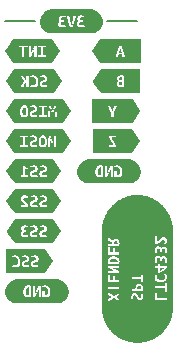
<source format=gbo>
G04 #@! TF.GenerationSoftware,KiCad,Pcbnew,6.0.6-3a73a75311~116~ubuntu22.04.1*
G04 #@! TF.CreationDate,2022-07-16T09:42:50-04:00*
G04 #@! TF.ProjectId,ltc4332_breakout,6c746334-3333-4325-9f62-7265616b6f75,0*
G04 #@! TF.SameCoordinates,Original*
G04 #@! TF.FileFunction,Legend,Bot*
G04 #@! TF.FilePolarity,Positive*
%FSLAX46Y46*%
G04 Gerber Fmt 4.6, Leading zero omitted, Abs format (unit mm)*
G04 Created by KiCad (PCBNEW 6.0.6-3a73a75311~116~ubuntu22.04.1) date 2022-07-16 09:42:50*
%MOMM*%
%LPD*%
G01*
G04 APERTURE LIST*
%ADD10C,0.150000*%
%ADD11R,1.700000X1.700000*%
%ADD12O,1.700000X1.700000*%
%ADD13C,5.600000*%
G04 APERTURE END LIST*
D10*
X141605000Y-90805000D02*
X144145000Y-90805000D01*
X150241000Y-90805000D02*
X152781000Y-90805000D01*
G36*
X148925324Y-89784545D02*
G01*
X149024862Y-89799310D01*
X149122473Y-89823760D01*
X149217219Y-89857661D01*
X149308184Y-89900684D01*
X149394495Y-89952417D01*
X149475320Y-90012361D01*
X149549880Y-90079938D01*
X149617457Y-90154498D01*
X149677401Y-90235322D01*
X149729133Y-90321633D01*
X149772157Y-90412599D01*
X149806057Y-90507344D01*
X149830508Y-90604956D01*
X149845273Y-90704494D01*
X149850210Y-90805000D01*
X149845273Y-90905506D01*
X149830508Y-91005044D01*
X149806057Y-91102656D01*
X149772157Y-91197401D01*
X149729133Y-91288367D01*
X149677401Y-91374678D01*
X149617457Y-91455502D01*
X149549880Y-91530062D01*
X149475320Y-91597639D01*
X149394495Y-91657583D01*
X149308184Y-91709316D01*
X149217219Y-91752339D01*
X149122473Y-91786240D01*
X149024862Y-91810690D01*
X148925324Y-91825455D01*
X148824818Y-91830393D01*
X145561182Y-91830393D01*
X145460676Y-91825455D01*
X145361138Y-91810690D01*
X145263527Y-91786240D01*
X145168781Y-91752339D01*
X145077816Y-91709316D01*
X144991505Y-91657583D01*
X144910680Y-91597639D01*
X144836120Y-91530062D01*
X144768543Y-91455502D01*
X144708599Y-91374678D01*
X144656867Y-91288367D01*
X144613843Y-91197401D01*
X144579943Y-91102656D01*
X144555492Y-91005044D01*
X144555489Y-91005025D01*
X146073812Y-91005025D01*
X146096037Y-91130438D01*
X146164300Y-91229656D01*
X146216687Y-91266963D01*
X146281775Y-91294744D01*
X146359959Y-91312008D01*
X146451637Y-91317763D01*
X146528631Y-91312206D01*
X146606419Y-91298713D01*
X146675475Y-91281250D01*
X146724687Y-91263788D01*
X146686587Y-91100275D01*
X146592131Y-91133613D01*
X146528433Y-91146709D01*
X146453225Y-91151075D01*
X146368095Y-91140359D01*
X146312731Y-91108213D01*
X146272250Y-91001850D01*
X146287728Y-90935770D01*
X146334162Y-90893106D01*
X146404409Y-90869889D01*
X146491325Y-90862150D01*
X146551650Y-90862150D01*
X146551650Y-90700225D01*
X146478625Y-90700225D01*
X146418300Y-90693875D01*
X146364325Y-90673237D01*
X146325431Y-90635137D01*
X146310350Y-90574812D01*
X146342894Y-90489881D01*
X146432587Y-90458925D01*
X146542919Y-90477181D01*
X146637375Y-90522425D01*
X146707225Y-90379550D01*
X146593719Y-90321606D01*
X146569326Y-90314462D01*
X146808825Y-90314462D01*
X146830058Y-90415269D01*
X146855656Y-90527187D01*
X146885422Y-90647639D01*
X146919156Y-90774044D01*
X146943762Y-90860827D01*
X146969956Y-90948669D01*
X146997737Y-91037569D01*
X147026665Y-91126028D01*
X147056299Y-91212547D01*
X147086637Y-91297125D01*
X147288250Y-91297125D01*
X147327541Y-91180444D01*
X147369213Y-91049475D01*
X147382765Y-91005025D01*
X147661313Y-91005025D01*
X147683538Y-91130438D01*
X147751800Y-91229656D01*
X147804188Y-91266963D01*
X147869275Y-91294744D01*
X147947459Y-91312008D01*
X148039138Y-91317763D01*
X148116131Y-91312206D01*
X148193919Y-91298713D01*
X148262975Y-91281250D01*
X148312188Y-91263788D01*
X148274088Y-91100275D01*
X148179631Y-91133613D01*
X148115933Y-91146709D01*
X148040725Y-91151075D01*
X147955595Y-91140359D01*
X147900231Y-91108213D01*
X147859750Y-91001850D01*
X147875228Y-90935770D01*
X147921663Y-90893106D01*
X147991909Y-90869889D01*
X148078825Y-90862150D01*
X148139150Y-90862150D01*
X148139150Y-90700225D01*
X148066125Y-90700225D01*
X148005800Y-90693875D01*
X147951825Y-90673237D01*
X147912931Y-90635137D01*
X147897850Y-90574812D01*
X147930394Y-90489881D01*
X148020088Y-90458925D01*
X148130419Y-90477181D01*
X148224875Y-90522425D01*
X148294725Y-90379550D01*
X148181219Y-90321606D01*
X148106011Y-90299580D01*
X148021675Y-90292237D01*
X147944483Y-90297397D01*
X147878006Y-90312875D01*
X147777200Y-90370819D01*
X147718463Y-90458925D01*
X147699413Y-90568462D01*
X147732750Y-90681175D01*
X147821650Y-90763725D01*
X147753983Y-90803016D01*
X147703381Y-90857388D01*
X147671830Y-90925253D01*
X147661313Y-91005025D01*
X147382765Y-91005025D01*
X147397258Y-90957488D01*
X147424246Y-90865678D01*
X147450175Y-90774044D01*
X147474693Y-90684174D01*
X147497447Y-90597655D01*
X147518438Y-90514487D01*
X147544631Y-90403362D01*
X147562888Y-90314462D01*
X147356513Y-90314462D01*
X147344606Y-90396814D01*
X147327938Y-90491469D01*
X147307895Y-90593862D01*
X147285869Y-90699431D01*
X147262056Y-90805794D01*
X147236656Y-90910569D01*
X147210661Y-91009192D01*
X147185062Y-91097100D01*
X147159662Y-91010383D01*
X147134262Y-90912156D01*
X147109656Y-90807381D01*
X147086637Y-90701019D01*
X147065206Y-90595252D01*
X147045362Y-90492262D01*
X147027900Y-90397012D01*
X147013612Y-90314462D01*
X146808825Y-90314462D01*
X146569326Y-90314462D01*
X146518511Y-90299580D01*
X146434175Y-90292237D01*
X146356983Y-90297397D01*
X146290506Y-90312875D01*
X146189700Y-90370819D01*
X146130962Y-90458925D01*
X146111912Y-90568462D01*
X146145250Y-90681175D01*
X146234150Y-90763725D01*
X146166483Y-90803016D01*
X146115881Y-90857388D01*
X146084330Y-90925253D01*
X146073812Y-91005025D01*
X144555489Y-91005025D01*
X144540727Y-90905506D01*
X144535790Y-90805000D01*
X144540727Y-90704494D01*
X144555492Y-90604956D01*
X144579943Y-90507344D01*
X144613843Y-90412599D01*
X144656867Y-90321633D01*
X144708599Y-90235322D01*
X144768543Y-90154498D01*
X144836120Y-90079938D01*
X144910680Y-90012361D01*
X144991505Y-89952417D01*
X145077816Y-89900684D01*
X145168781Y-89857661D01*
X145263527Y-89823760D01*
X145361138Y-89799310D01*
X145460676Y-89784545D01*
X145561182Y-89779607D01*
X148824818Y-89779607D01*
X148925324Y-89784545D01*
G37*
G36*
X141695443Y-103505000D02*
G01*
X142379039Y-102479607D01*
X145656961Y-102479607D01*
X146340557Y-103505000D01*
X145656961Y-104530393D01*
X142379039Y-104530393D01*
X142023527Y-103997125D01*
X142891669Y-103997125D01*
X143488569Y-103997125D01*
X143488569Y-103835200D01*
X143282194Y-103835200D01*
X143282194Y-103728838D01*
X143683831Y-103728838D01*
X143706255Y-103851273D01*
X143773525Y-103942356D01*
X143843640Y-103984249D01*
X143934392Y-104009384D01*
X144045781Y-104017763D01*
X144155716Y-104011214D01*
X144241044Y-103991569D01*
X144350581Y-103943150D01*
X144293431Y-103784400D01*
X144191038Y-103832025D01*
X144124958Y-103848694D01*
X144045781Y-103854250D01*
X143964025Y-103843931D01*
X143912431Y-103815356D01*
X143886237Y-103774081D01*
X143879336Y-103728838D01*
X144477581Y-103728838D01*
X144500005Y-103851273D01*
X144567275Y-103942356D01*
X144637390Y-103984249D01*
X144728142Y-104009384D01*
X144839531Y-104017763D01*
X144949466Y-104011214D01*
X145034794Y-103991569D01*
X145144331Y-103943150D01*
X145087181Y-103784400D01*
X144984788Y-103832025D01*
X144918708Y-103848694D01*
X144839531Y-103854250D01*
X144757775Y-103843931D01*
X144706181Y-103815356D01*
X144679988Y-103774081D01*
X144672844Y-103727250D01*
X144690306Y-103673275D01*
X144734756Y-103631206D01*
X144795081Y-103597869D01*
X144861756Y-103570088D01*
X144953831Y-103533575D01*
X145040350Y-103481187D01*
X145104644Y-103402606D01*
X145130044Y-103285925D01*
X145107620Y-103162894D01*
X145040350Y-103070025D01*
X144973058Y-103026810D01*
X144890772Y-103000881D01*
X144793494Y-102992237D01*
X144708761Y-102997397D01*
X144635538Y-103012875D01*
X144522031Y-103058912D01*
X144579181Y-103209725D01*
X144667288Y-103171625D01*
X144779206Y-103155750D01*
X144865637Y-103168274D01*
X144917495Y-103205844D01*
X144934781Y-103268462D01*
X144918906Y-103318469D01*
X144878425Y-103356569D01*
X144822863Y-103385937D01*
X144761744Y-103409750D01*
X144665700Y-103448644D01*
X144573625Y-103505794D01*
X144504569Y-103594694D01*
X144484328Y-103654820D01*
X144477581Y-103728838D01*
X143879336Y-103728838D01*
X143879094Y-103727250D01*
X143896556Y-103673275D01*
X143941006Y-103631206D01*
X144001331Y-103597869D01*
X144068006Y-103570088D01*
X144160081Y-103533575D01*
X144246600Y-103481187D01*
X144310894Y-103402606D01*
X144336294Y-103285925D01*
X144313870Y-103162894D01*
X144246600Y-103070025D01*
X144179308Y-103026810D01*
X144097022Y-103000881D01*
X143999744Y-102992237D01*
X143915011Y-102997397D01*
X143841787Y-103012875D01*
X143728281Y-103058912D01*
X143785431Y-103209725D01*
X143873537Y-103171625D01*
X143985456Y-103155750D01*
X144071887Y-103168274D01*
X144123745Y-103205844D01*
X144141031Y-103268462D01*
X144125156Y-103318469D01*
X144084675Y-103356569D01*
X144029113Y-103385937D01*
X143967994Y-103409750D01*
X143871950Y-103448644D01*
X143779875Y-103505794D01*
X143710819Y-103594694D01*
X143690578Y-103654820D01*
X143683831Y-103728838D01*
X143282194Y-103728838D01*
X143282194Y-103285925D01*
X143383794Y-103342281D01*
X143480631Y-103381175D01*
X143544131Y-103219250D01*
X143461581Y-103182737D01*
X143372681Y-103133525D01*
X143288544Y-103076375D01*
X143220281Y-103014462D01*
X143086931Y-103014462D01*
X143086931Y-103835200D01*
X142891669Y-103835200D01*
X142891669Y-103997125D01*
X142023527Y-103997125D01*
X141695443Y-103505000D01*
G37*
G36*
X152128899Y-102484545D02*
G01*
X152228437Y-102499310D01*
X152326048Y-102523760D01*
X152420794Y-102557661D01*
X152511759Y-102600684D01*
X152598070Y-102652417D01*
X152678895Y-102712361D01*
X152753455Y-102779938D01*
X152821032Y-102854498D01*
X152880976Y-102935322D01*
X152932708Y-103021633D01*
X152975732Y-103112599D01*
X153009632Y-103207344D01*
X153034083Y-103304956D01*
X153048848Y-103404494D01*
X153053785Y-103505000D01*
X153048848Y-103605506D01*
X153034083Y-103705044D01*
X153009632Y-103802656D01*
X152975732Y-103897401D01*
X152932708Y-103988367D01*
X152880976Y-104074678D01*
X152821032Y-104155502D01*
X152753455Y-104230062D01*
X152678895Y-104297639D01*
X152598070Y-104357583D01*
X152511759Y-104409316D01*
X152420794Y-104452339D01*
X152326048Y-104486240D01*
X152228437Y-104510690D01*
X152128899Y-104525455D01*
X152028393Y-104530393D01*
X148707607Y-104530393D01*
X148607101Y-104525455D01*
X148507563Y-104510690D01*
X148409952Y-104486240D01*
X148315206Y-104452339D01*
X148224241Y-104409316D01*
X148137930Y-104357583D01*
X148057105Y-104297639D01*
X147982545Y-104230062D01*
X147914968Y-104155502D01*
X147855024Y-104074678D01*
X147803292Y-103988367D01*
X147760268Y-103897401D01*
X147726368Y-103802656D01*
X147701917Y-103705044D01*
X147687152Y-103605506D01*
X147682215Y-103505000D01*
X149220237Y-103505000D01*
X149228770Y-103631405D01*
X149254369Y-103737569D01*
X149295048Y-103824683D01*
X149348825Y-103893938D01*
X149414905Y-103946127D01*
X149492494Y-103982044D01*
X149580005Y-104002880D01*
X149675850Y-104009825D01*
X149778244Y-104004269D01*
X149820177Y-103997125D01*
X150044150Y-103997125D01*
X150201312Y-103997125D01*
X150247085Y-103888205D01*
X150295504Y-103779461D01*
X150346569Y-103670894D01*
X150400279Y-103562326D01*
X150456635Y-103453583D01*
X150515638Y-103344662D01*
X150515638Y-103997125D01*
X150691850Y-103997125D01*
X150691850Y-103063675D01*
X150822025Y-103063675D01*
X150872825Y-103219250D01*
X150958550Y-103179562D01*
X151063325Y-103162100D01*
X151180800Y-103187500D01*
X151259381Y-103258144D01*
X151303831Y-103366094D01*
X151313952Y-103432173D01*
X151317325Y-103505000D01*
X151311151Y-103612156D01*
X151292631Y-103698675D01*
X151261763Y-103764556D01*
X151193103Y-103827064D01*
X151098250Y-103847900D01*
X151060150Y-103846313D01*
X151022050Y-103841550D01*
X151022050Y-103482775D01*
X150826788Y-103482775D01*
X150826788Y-103973313D01*
X150935531Y-104001888D01*
X151017089Y-104013794D01*
X151114125Y-104017763D01*
X151201636Y-104009627D01*
X151280019Y-103985219D01*
X151348480Y-103944738D01*
X151406225Y-103888381D01*
X151452659Y-103816150D01*
X151487188Y-103728044D01*
X151508619Y-103624261D01*
X151515763Y-103505000D01*
X151507428Y-103386930D01*
X151482425Y-103283544D01*
X151443134Y-103195239D01*
X151391938Y-103122412D01*
X151329628Y-103065461D01*
X151257000Y-103024781D01*
X151176434Y-103000373D01*
X151090313Y-102992237D01*
X150987919Y-103000969D01*
X150909338Y-103020812D01*
X150854569Y-103044625D01*
X150822025Y-103063675D01*
X150691850Y-103063675D01*
X150691850Y-103014462D01*
X150534688Y-103014462D01*
X150490238Y-103087289D01*
X150445788Y-103166069D01*
X150401933Y-103247627D01*
X150359269Y-103328787D01*
X150318787Y-103408559D01*
X150281481Y-103485950D01*
X150248342Y-103557388D01*
X150220362Y-103619300D01*
X150220362Y-103014462D01*
X150044150Y-103014462D01*
X150044150Y-103997125D01*
X149820177Y-103997125D01*
X149885400Y-103986013D01*
X149885400Y-103027162D01*
X149759987Y-103008112D01*
X149650450Y-103003350D01*
X149557780Y-103010494D01*
X149473444Y-103031925D01*
X149399427Y-103068636D01*
X149337712Y-103121619D01*
X149288302Y-103191072D01*
X149251194Y-103277194D01*
X149227977Y-103381373D01*
X149220237Y-103505000D01*
X147682215Y-103505000D01*
X147687152Y-103404494D01*
X147701917Y-103304956D01*
X147726368Y-103207344D01*
X147760268Y-103112599D01*
X147803292Y-103021633D01*
X147855024Y-102935322D01*
X147914968Y-102854498D01*
X147982545Y-102779938D01*
X148057105Y-102712361D01*
X148137930Y-102652417D01*
X148224241Y-102600684D01*
X148315206Y-102557661D01*
X148409952Y-102523760D01*
X148507563Y-102499310D01*
X148607101Y-102484545D01*
X148707607Y-102479607D01*
X152028393Y-102479607D01*
X152128899Y-102484545D01*
G37*
G36*
X149661562Y-103174006D02*
G01*
X149690137Y-103177975D01*
X149690137Y-103838375D01*
X149672675Y-103839963D01*
X149655212Y-103839963D01*
X149543294Y-103814563D01*
X149470269Y-103744713D01*
X149430581Y-103639144D01*
X149421652Y-103575048D01*
X149418675Y-103505000D01*
X149428200Y-103381175D01*
X149461537Y-103274812D01*
X149526625Y-103200994D01*
X149632987Y-103173212D01*
X149661562Y-103174006D01*
G37*
G36*
X146342938Y-106045000D02*
G01*
X145659343Y-107070393D01*
X142376657Y-107070393D01*
X142021145Y-106537125D01*
X142889287Y-106537125D01*
X143530637Y-106537125D01*
X143534606Y-106497438D01*
X143533812Y-106464100D01*
X143526470Y-106387900D01*
X143504444Y-106318050D01*
X143478847Y-106268838D01*
X143686212Y-106268838D01*
X143708636Y-106391273D01*
X143775906Y-106482356D01*
X143846021Y-106524249D01*
X143936773Y-106549384D01*
X144048163Y-106557763D01*
X144158097Y-106551214D01*
X144243425Y-106531569D01*
X144352963Y-106483150D01*
X144295813Y-106324400D01*
X144193419Y-106372025D01*
X144127339Y-106388694D01*
X144048163Y-106394250D01*
X143966406Y-106383931D01*
X143914812Y-106355356D01*
X143888619Y-106314081D01*
X143881717Y-106268838D01*
X144479963Y-106268838D01*
X144502386Y-106391273D01*
X144569656Y-106482356D01*
X144639771Y-106524249D01*
X144730523Y-106549384D01*
X144841913Y-106557763D01*
X144951847Y-106551214D01*
X145037175Y-106531569D01*
X145146713Y-106483150D01*
X145089563Y-106324400D01*
X144987169Y-106372025D01*
X144921089Y-106388694D01*
X144841913Y-106394250D01*
X144760156Y-106383931D01*
X144708563Y-106355356D01*
X144682369Y-106314081D01*
X144675225Y-106267250D01*
X144692688Y-106213275D01*
X144737138Y-106171206D01*
X144797463Y-106137869D01*
X144864138Y-106110088D01*
X144956213Y-106073575D01*
X145042731Y-106021187D01*
X145107025Y-105942606D01*
X145132425Y-105825925D01*
X145110002Y-105702894D01*
X145042731Y-105610025D01*
X144975439Y-105566810D01*
X144893153Y-105540881D01*
X144795875Y-105532237D01*
X144711142Y-105537397D01*
X144637919Y-105552875D01*
X144524413Y-105598912D01*
X144581563Y-105749725D01*
X144669669Y-105711625D01*
X144781588Y-105695750D01*
X144868018Y-105708274D01*
X144919876Y-105745844D01*
X144937163Y-105808462D01*
X144921288Y-105858469D01*
X144880806Y-105896569D01*
X144825244Y-105925937D01*
X144764125Y-105949750D01*
X144668081Y-105988644D01*
X144576006Y-106045794D01*
X144506950Y-106134694D01*
X144486709Y-106194820D01*
X144479963Y-106268838D01*
X143881717Y-106268838D01*
X143881475Y-106267250D01*
X143898937Y-106213275D01*
X143943387Y-106171206D01*
X144003712Y-106137869D01*
X144070388Y-106110088D01*
X144162463Y-106073575D01*
X144248981Y-106021187D01*
X144313275Y-105942606D01*
X144338675Y-105825925D01*
X144316252Y-105702894D01*
X144248981Y-105610025D01*
X144181689Y-105566810D01*
X144099403Y-105540881D01*
X144002125Y-105532237D01*
X143917392Y-105537397D01*
X143844169Y-105552875D01*
X143730662Y-105598912D01*
X143787812Y-105749725D01*
X143875919Y-105711625D01*
X143987837Y-105695750D01*
X144074268Y-105708274D01*
X144126126Y-105745844D01*
X144143413Y-105808462D01*
X144127538Y-105858469D01*
X144087056Y-105896569D01*
X144031494Y-105925937D01*
X143970375Y-105949750D01*
X143874331Y-105988644D01*
X143782256Y-106045794D01*
X143713200Y-106134694D01*
X143692959Y-106194820D01*
X143686212Y-106268838D01*
X143478847Y-106268838D01*
X143471106Y-106253955D01*
X143429831Y-106195019D01*
X143383000Y-106140647D01*
X143332994Y-106090244D01*
X143282987Y-106042817D01*
X143236156Y-105997375D01*
X143161544Y-105911650D01*
X143132175Y-105827512D01*
X143168687Y-105734644D01*
X143260762Y-105702100D01*
X143357600Y-105724325D01*
X143457612Y-105798937D01*
X143554450Y-105662412D01*
X143485989Y-105604469D01*
X143407606Y-105563987D01*
X143324461Y-105540175D01*
X143241712Y-105532237D01*
X143125825Y-105549700D01*
X143027400Y-105602087D01*
X142959137Y-105690194D01*
X142933737Y-105813225D01*
X142952787Y-105910856D01*
X143003588Y-106002137D01*
X143075025Y-106087863D01*
X143155987Y-106167238D01*
X143203612Y-106212481D01*
X143254412Y-106266456D01*
X143294894Y-106322813D01*
X143311562Y-106375200D01*
X142889287Y-106375200D01*
X142889287Y-106537125D01*
X142021145Y-106537125D01*
X141693062Y-106045000D01*
X142376657Y-105019607D01*
X145659343Y-105019607D01*
X146342938Y-106045000D01*
G37*
G36*
X153043158Y-94348961D02*
G01*
X149632150Y-94348961D01*
X149290396Y-93836331D01*
X150955066Y-93836331D01*
X151164616Y-93836331D01*
X151210654Y-93609319D01*
X151472591Y-93609319D01*
X151517041Y-93836331D01*
X151720241Y-93836331D01*
X151692238Y-93722190D01*
X151664107Y-93612176D01*
X151635850Y-93506290D01*
X151607465Y-93404531D01*
X151578954Y-93306900D01*
X151543533Y-93188979D01*
X151508707Y-93074133D01*
X151474476Y-92962363D01*
X151440841Y-92853669D01*
X151228116Y-92853669D01*
X151193241Y-92963256D01*
X151158465Y-93076117D01*
X151123788Y-93192253D01*
X151089210Y-93311662D01*
X151061746Y-93410119D01*
X151034600Y-93511815D01*
X151007771Y-93616748D01*
X150981260Y-93724921D01*
X150955066Y-93836331D01*
X149290396Y-93836331D01*
X148962842Y-93345000D01*
X149632150Y-92341039D01*
X153043158Y-92341039D01*
X153043158Y-94348961D01*
G37*
G36*
X151368610Y-93149737D02*
G01*
X151394010Y-93248162D01*
X151416235Y-93345794D01*
X151436079Y-93447394D01*
X151243991Y-93447394D01*
X151263041Y-93345794D01*
X151284473Y-93248162D01*
X151309873Y-93149737D01*
X151339241Y-93044169D01*
X151368610Y-93149737D01*
G37*
G36*
X141581143Y-93345000D02*
G01*
X141800747Y-93015594D01*
X142763081Y-93015594D01*
X143021844Y-93015594D01*
X143021844Y-93836331D01*
X143218694Y-93836331D01*
X143590169Y-93836331D01*
X143747331Y-93836331D01*
X143793104Y-93727411D01*
X143841523Y-93618667D01*
X143892588Y-93510100D01*
X143946298Y-93401533D01*
X144002654Y-93292789D01*
X144061656Y-93183869D01*
X144061656Y-93836331D01*
X144237869Y-93836331D01*
X144395031Y-93836331D01*
X145018919Y-93836331D01*
X145018919Y-93674406D01*
X144804606Y-93674406D01*
X144804606Y-93015594D01*
X145018919Y-93015594D01*
X145018919Y-92853669D01*
X144395031Y-92853669D01*
X144395031Y-93015594D01*
X144607756Y-93015594D01*
X144607756Y-93674406D01*
X144395031Y-93674406D01*
X144395031Y-93836331D01*
X144237869Y-93836331D01*
X144237869Y-92853669D01*
X144080706Y-92853669D01*
X144036256Y-92926495D01*
X143991806Y-93005275D01*
X143947952Y-93086833D01*
X143905288Y-93167994D01*
X143864806Y-93247766D01*
X143827500Y-93325156D01*
X143794361Y-93396594D01*
X143766381Y-93458506D01*
X143766381Y-92853669D01*
X143590169Y-92853669D01*
X143590169Y-93836331D01*
X143218694Y-93836331D01*
X143218694Y-93015594D01*
X143477456Y-93015594D01*
X143477456Y-92853669D01*
X142763081Y-92853669D01*
X142763081Y-93015594D01*
X141800747Y-93015594D01*
X142250451Y-92341039D01*
X145531549Y-92341039D01*
X146200857Y-93345000D01*
X145531549Y-94348961D01*
X142250451Y-94348961D01*
X141581143Y-93345000D01*
G37*
G36*
X143565562Y-113334006D02*
G01*
X143594137Y-113337975D01*
X143594137Y-113998375D01*
X143576675Y-113999963D01*
X143559212Y-113999963D01*
X143447294Y-113974563D01*
X143374269Y-113904713D01*
X143334581Y-113799144D01*
X143325652Y-113735048D01*
X143322675Y-113665000D01*
X143332200Y-113541175D01*
X143365537Y-113434812D01*
X143430625Y-113360994D01*
X143536987Y-113333212D01*
X143565562Y-113334006D01*
G37*
G36*
X146032899Y-112644545D02*
G01*
X146132437Y-112659310D01*
X146230048Y-112683760D01*
X146324794Y-112717661D01*
X146415759Y-112760684D01*
X146502070Y-112812417D01*
X146582895Y-112872361D01*
X146657455Y-112939938D01*
X146725032Y-113014498D01*
X146784976Y-113095322D01*
X146836708Y-113181633D01*
X146879732Y-113272599D01*
X146913632Y-113367344D01*
X146938083Y-113464956D01*
X146952848Y-113564494D01*
X146957785Y-113665000D01*
X146952848Y-113765506D01*
X146938083Y-113865044D01*
X146913632Y-113962656D01*
X146879732Y-114057401D01*
X146836708Y-114148367D01*
X146784976Y-114234678D01*
X146725032Y-114315502D01*
X146657455Y-114390062D01*
X146582895Y-114457639D01*
X146502070Y-114517583D01*
X146415759Y-114569316D01*
X146324794Y-114612339D01*
X146230048Y-114646240D01*
X146132437Y-114670690D01*
X146032899Y-114685455D01*
X145932393Y-114690393D01*
X142611607Y-114690393D01*
X142511101Y-114685455D01*
X142411563Y-114670690D01*
X142313952Y-114646240D01*
X142219206Y-114612339D01*
X142128241Y-114569316D01*
X142041930Y-114517583D01*
X141961105Y-114457639D01*
X141886545Y-114390062D01*
X141818968Y-114315502D01*
X141759024Y-114234678D01*
X141707292Y-114148367D01*
X141664268Y-114057401D01*
X141630368Y-113962656D01*
X141605917Y-113865044D01*
X141591152Y-113765506D01*
X141586215Y-113665000D01*
X143124237Y-113665000D01*
X143132770Y-113791405D01*
X143158369Y-113897569D01*
X143199048Y-113984683D01*
X143252825Y-114053938D01*
X143318905Y-114106127D01*
X143396494Y-114142044D01*
X143484005Y-114162880D01*
X143579850Y-114169825D01*
X143682244Y-114164269D01*
X143724177Y-114157125D01*
X143948150Y-114157125D01*
X144105312Y-114157125D01*
X144151085Y-114048205D01*
X144199504Y-113939461D01*
X144250569Y-113830894D01*
X144304279Y-113722326D01*
X144360635Y-113613583D01*
X144419638Y-113504662D01*
X144419638Y-114157125D01*
X144595850Y-114157125D01*
X144595850Y-113223675D01*
X144726025Y-113223675D01*
X144776825Y-113379250D01*
X144862550Y-113339562D01*
X144967325Y-113322100D01*
X145084800Y-113347500D01*
X145163381Y-113418144D01*
X145207831Y-113526094D01*
X145217952Y-113592173D01*
X145221325Y-113665000D01*
X145215151Y-113772156D01*
X145196631Y-113858675D01*
X145165763Y-113924556D01*
X145097103Y-113987064D01*
X145002250Y-114007900D01*
X144964150Y-114006313D01*
X144926050Y-114001550D01*
X144926050Y-113642775D01*
X144730788Y-113642775D01*
X144730788Y-114133313D01*
X144839531Y-114161888D01*
X144921089Y-114173794D01*
X145018125Y-114177763D01*
X145105636Y-114169627D01*
X145184019Y-114145219D01*
X145252480Y-114104738D01*
X145310225Y-114048381D01*
X145356659Y-113976150D01*
X145391188Y-113888044D01*
X145412619Y-113784261D01*
X145419763Y-113665000D01*
X145411428Y-113546930D01*
X145386425Y-113443544D01*
X145347134Y-113355239D01*
X145295938Y-113282412D01*
X145233628Y-113225461D01*
X145161000Y-113184781D01*
X145080434Y-113160373D01*
X144994313Y-113152237D01*
X144891919Y-113160969D01*
X144813338Y-113180812D01*
X144758569Y-113204625D01*
X144726025Y-113223675D01*
X144595850Y-113223675D01*
X144595850Y-113174462D01*
X144438688Y-113174462D01*
X144394238Y-113247289D01*
X144349788Y-113326069D01*
X144305933Y-113407627D01*
X144263269Y-113488787D01*
X144222787Y-113568559D01*
X144185481Y-113645950D01*
X144152342Y-113717388D01*
X144124362Y-113779300D01*
X144124362Y-113174462D01*
X143948150Y-113174462D01*
X143948150Y-114157125D01*
X143724177Y-114157125D01*
X143789400Y-114146013D01*
X143789400Y-113187162D01*
X143663987Y-113168112D01*
X143554450Y-113163350D01*
X143461780Y-113170494D01*
X143377444Y-113191925D01*
X143303427Y-113228636D01*
X143241712Y-113281619D01*
X143192302Y-113351072D01*
X143155194Y-113437194D01*
X143131977Y-113541373D01*
X143124237Y-113665000D01*
X141586215Y-113665000D01*
X141591152Y-113564494D01*
X141605917Y-113464956D01*
X141630368Y-113367344D01*
X141664268Y-113272599D01*
X141707292Y-113181633D01*
X141759024Y-113095322D01*
X141818968Y-113014498D01*
X141886545Y-112939938D01*
X141961105Y-112872361D01*
X142041930Y-112812417D01*
X142128241Y-112760684D01*
X142219206Y-112717661D01*
X142313952Y-112683760D01*
X142411563Y-112659310D01*
X142511101Y-112644545D01*
X142611607Y-112639607D01*
X145932393Y-112639607D01*
X146032899Y-112644545D01*
G37*
G36*
X152984420Y-100965000D02*
G01*
X152315113Y-101968961D01*
X149021580Y-101968961D01*
X149021580Y-101456331D01*
X150344496Y-101456331D01*
X150992196Y-101456331D01*
X150992196Y-101343619D01*
X150956081Y-101273570D01*
X150917584Y-101199950D01*
X150875515Y-101121964D01*
X150828684Y-101038819D01*
X150777288Y-100949522D01*
X150721527Y-100853081D01*
X150660607Y-100748703D01*
X150593734Y-100635594D01*
X150971559Y-100635594D01*
X150971559Y-100473669D01*
X150358784Y-100473669D01*
X150358784Y-100610194D01*
X150424268Y-100711794D01*
X150484196Y-100807044D01*
X150539362Y-100896936D01*
X150590559Y-100982463D01*
X150638382Y-101064219D01*
X150683427Y-101142800D01*
X150726091Y-101219198D01*
X150766771Y-101294406D01*
X150344496Y-101294406D01*
X150344496Y-101456331D01*
X149021580Y-101456331D01*
X149021580Y-99961039D01*
X152315113Y-99961039D01*
X152984420Y-100965000D01*
G37*
G36*
X150898356Y-110906804D02*
G01*
X151001621Y-110939170D01*
X151073289Y-111002362D01*
X151100261Y-111105626D01*
X151099491Y-111133369D01*
X151095638Y-111161112D01*
X150454473Y-111161112D01*
X150452931Y-111144158D01*
X150452931Y-111127204D01*
X150477591Y-111018545D01*
X150545407Y-110947647D01*
X150647901Y-110909115D01*
X150778138Y-110897556D01*
X150898356Y-110906804D01*
G37*
G36*
X151019345Y-109406385D02*
G01*
X151064812Y-109441063D01*
X151091399Y-109494622D01*
X151100261Y-109562823D01*
X151099491Y-109589024D01*
X151095638Y-109619850D01*
X150808963Y-109619850D01*
X150808963Y-109578236D01*
X150818403Y-109494622D01*
X150846724Y-109437981D01*
X150953841Y-109394825D01*
X151019345Y-109406385D01*
G37*
G36*
X152050695Y-117927655D02*
G01*
X151979364Y-117908855D01*
X151908516Y-117888309D01*
X151838194Y-117866031D01*
X151768439Y-117842034D01*
X151699294Y-117816332D01*
X151630801Y-117788941D01*
X151563001Y-117759877D01*
X151495934Y-117729159D01*
X151429642Y-117696803D01*
X151364163Y-117662831D01*
X151299538Y-117627261D01*
X151235806Y-117590117D01*
X151173004Y-117551419D01*
X151111170Y-117511192D01*
X151050343Y-117469460D01*
X150990558Y-117426248D01*
X150931851Y-117381581D01*
X150874259Y-117335487D01*
X150817815Y-117287993D01*
X150762553Y-117239129D01*
X150708507Y-117188923D01*
X150655710Y-117137406D01*
X150604193Y-117084608D01*
X150553987Y-117030563D01*
X150505122Y-116975301D01*
X150457629Y-116918857D01*
X150411535Y-116861264D01*
X150366868Y-116802558D01*
X150323656Y-116742773D01*
X150281923Y-116681945D01*
X150241696Y-116620112D01*
X150202999Y-116557310D01*
X150165854Y-116493577D01*
X150130285Y-116428952D01*
X150096313Y-116363474D01*
X150063957Y-116297181D01*
X150033238Y-116230115D01*
X150004175Y-116162314D01*
X149976784Y-116093821D01*
X149951082Y-116024677D01*
X149927085Y-115954922D01*
X149904807Y-115884599D01*
X149884261Y-115813751D01*
X149865460Y-115742420D01*
X149848416Y-115670650D01*
X149833138Y-115598482D01*
X149819636Y-115525961D01*
X149807917Y-115453131D01*
X149797990Y-115380035D01*
X149789859Y-115306717D01*
X149783530Y-115233222D01*
X149779006Y-115159594D01*
X149776291Y-115085877D01*
X149775386Y-115012116D01*
X149775386Y-114499486D01*
X150300346Y-114499486D01*
X150400528Y-114454018D01*
X150461408Y-114422422D01*
X150526912Y-114387744D01*
X150595691Y-114350561D01*
X150666396Y-114311452D01*
X150736716Y-114272149D01*
X150804339Y-114234388D01*
X151254388Y-114484073D01*
X151254388Y-114279085D01*
X151000821Y-114153582D01*
X152264389Y-114153582D01*
X152270840Y-114261892D01*
X152290195Y-114345959D01*
X152337899Y-114453878D01*
X152494303Y-114397572D01*
X152447381Y-114296692D01*
X152430959Y-114231589D01*
X152425485Y-114153582D01*
X152435651Y-114073034D01*
X152463804Y-114022203D01*
X152504469Y-113996396D01*
X152550608Y-113989358D01*
X152603785Y-114006563D01*
X152645232Y-114050356D01*
X152678077Y-114109789D01*
X152705448Y-114175479D01*
X152741421Y-114266193D01*
X152793034Y-114351433D01*
X152870454Y-114414777D01*
X152985411Y-114439802D01*
X153106624Y-114417709D01*
X153125927Y-114403727D01*
X154269096Y-114403727D01*
X155251759Y-114403727D01*
X155251759Y-114206877D01*
X154431021Y-114206877D01*
X154431021Y-113786189D01*
X154269096Y-113786189D01*
X154269096Y-114403727D01*
X153125927Y-114403727D01*
X153198120Y-114351433D01*
X153240697Y-114285135D01*
X153266243Y-114204066D01*
X153274758Y-114108225D01*
X153269675Y-114024745D01*
X153254426Y-113952603D01*
X153209069Y-113840774D01*
X153060485Y-113897080D01*
X153098022Y-113983884D01*
X153113662Y-114094149D01*
X153085900Y-114209106D01*
X153002615Y-114247425D01*
X152953348Y-114231784D01*
X152915811Y-114191901D01*
X152886876Y-114137160D01*
X152863416Y-114076944D01*
X152825097Y-113982320D01*
X152768791Y-113891606D01*
X152681205Y-113823570D01*
X152621967Y-113803628D01*
X152549044Y-113796981D01*
X152428417Y-113819073D01*
X152338681Y-113885350D01*
X152297407Y-113954428D01*
X152272643Y-114043839D01*
X152264389Y-114153582D01*
X151000821Y-114153582D01*
X150949218Y-114128041D01*
X151254388Y-113969291D01*
X151254388Y-113778175D01*
X150808963Y-114021694D01*
X150741147Y-113980466D01*
X150670249Y-113940007D01*
X150598773Y-113901283D01*
X150529224Y-113865256D01*
X150462949Y-113832697D01*
X150401299Y-113804376D01*
X150300346Y-113762762D01*
X150300346Y-113967750D01*
X150383189Y-114000309D01*
X150474509Y-114039419D01*
X150570067Y-114082767D01*
X150665625Y-114128041D01*
X150572957Y-114172738D01*
X150476821Y-114217435D01*
X150383767Y-114259049D01*
X150300346Y-114294498D01*
X150300346Y-114499486D01*
X149775386Y-114499486D01*
X149775386Y-113456051D01*
X150300346Y-113456051D01*
X151097179Y-113456051D01*
X151097179Y-113707277D01*
X151254388Y-113707277D01*
X151254388Y-113649962D01*
X152284721Y-113649962D01*
X153240349Y-113649962D01*
X153251298Y-113586618D01*
X153258336Y-113515454D01*
X153262246Y-113445072D01*
X153262780Y-113424239D01*
X154269096Y-113424239D01*
X155089834Y-113424239D01*
X155089834Y-113683002D01*
X155251759Y-113683002D01*
X155251759Y-112968627D01*
X155089834Y-112968627D01*
X155089834Y-113227389D01*
X154269096Y-113227389D01*
X154269096Y-113424239D01*
X153262780Y-113424239D01*
X153263810Y-113384075D01*
X153255382Y-113270248D01*
X153230096Y-113174841D01*
X153187954Y-113097856D01*
X153126696Y-113041376D01*
X153044062Y-113007489D01*
X152940054Y-112996193D01*
X152835002Y-113007576D01*
X152751326Y-113041724D01*
X152689025Y-113098638D01*
X152646014Y-113176405D01*
X152620208Y-113273115D01*
X152611606Y-113388767D01*
X152611606Y-113457585D01*
X152284721Y-113457585D01*
X152284721Y-113649962D01*
X151254388Y-113649962D01*
X151254388Y-113013709D01*
X151097179Y-113013709D01*
X151097179Y-113264935D01*
X150300346Y-113264935D01*
X150300346Y-113456051D01*
X149775386Y-113456051D01*
X149775386Y-112878078D01*
X150300346Y-112878078D01*
X151254388Y-112878078D01*
X151254388Y-112300104D01*
X151097179Y-112300104D01*
X151097179Y-112688503D01*
X150882943Y-112688503D01*
X150882943Y-112350966D01*
X150725735Y-112350966D01*
X150725735Y-112688503D01*
X150457555Y-112688503D01*
X150457555Y-112266197D01*
X150300346Y-112266197D01*
X150300346Y-112878078D01*
X149775386Y-112878078D01*
X149775386Y-112253274D01*
X152284721Y-112253274D01*
X152284721Y-112867942D01*
X152444253Y-112867942D01*
X152444253Y-112656797D01*
X153093330Y-112656797D01*
X153093330Y-112867942D01*
X153252862Y-112867942D01*
X153252862Y-112459039D01*
X154248459Y-112459039D01*
X154263275Y-112586745D01*
X154307725Y-112692578D01*
X154381809Y-112776539D01*
X154455528Y-112824462D01*
X154543337Y-112858693D01*
X154645235Y-112879231D01*
X154761221Y-112886077D01*
X154876712Y-112877743D01*
X154978709Y-112852739D01*
X155066617Y-112812854D01*
X155139840Y-112759871D01*
X155197784Y-112694783D01*
X155239853Y-112618583D01*
X155265451Y-112533057D01*
X155273984Y-112439989D01*
X155265253Y-112345533D01*
X155245409Y-112271714D01*
X155221596Y-112218533D01*
X155202546Y-112185989D01*
X155046971Y-112236789D01*
X155087453Y-112324896D01*
X155104121Y-112443164D01*
X155087453Y-112532858D01*
X155031890Y-112610646D01*
X154927909Y-112666208D01*
X154854884Y-112682282D01*
X154765984Y-112687639D01*
X154662532Y-112681201D01*
X154576542Y-112661887D01*
X154508015Y-112629696D01*
X154440745Y-112553297D01*
X154418321Y-112439989D01*
X154435784Y-112313783D01*
X154470709Y-112233614D01*
X154316721Y-112184402D01*
X154269890Y-112296321D01*
X154253817Y-112372322D01*
X154248459Y-112459039D01*
X153252862Y-112459039D01*
X153252862Y-112253274D01*
X153093330Y-112253274D01*
X153093330Y-112462856D01*
X152444253Y-112462856D01*
X152444253Y-112253274D01*
X152284721Y-112253274D01*
X149775386Y-112253274D01*
X149775386Y-112133648D01*
X150300346Y-112133648D01*
X151254388Y-112133648D01*
X151254388Y-111981063D01*
X151183682Y-111937908D01*
X151107197Y-111894753D01*
X151028015Y-111852175D01*
X150949218Y-111810754D01*
X150871769Y-111771452D01*
X150796633Y-111735232D01*
X150727276Y-111703058D01*
X150682344Y-111682752D01*
X154269096Y-111682752D01*
X154500871Y-111682752D01*
X154500871Y-112092327D01*
X154643746Y-112092327D01*
X154709826Y-112057799D01*
X154784240Y-112014539D01*
X154863813Y-111964533D01*
X154945371Y-111909764D01*
X155027326Y-111851027D01*
X155108090Y-111789114D01*
X155184092Y-111725614D01*
X155251759Y-111662114D01*
X155251759Y-111487489D01*
X154661209Y-111487489D01*
X154661209Y-111381127D01*
X154500871Y-111381127D01*
X154500871Y-111487489D01*
X154269096Y-111487489D01*
X154269096Y-111682752D01*
X150682344Y-111682752D01*
X150667167Y-111675893D01*
X151254388Y-111675893D01*
X151254388Y-111504813D01*
X150300346Y-111504813D01*
X150300346Y-111657398D01*
X150406094Y-111701838D01*
X150511670Y-111748846D01*
X150617076Y-111798424D01*
X150722481Y-111850570D01*
X150828057Y-111905285D01*
X150933805Y-111962568D01*
X150300346Y-111962568D01*
X150300346Y-112133648D01*
X149775386Y-112133648D01*
X149775386Y-111147240D01*
X150288016Y-111147240D01*
X150293411Y-111246652D01*
X150311135Y-111350687D01*
X151242057Y-111350687D01*
X151260553Y-111228927D01*
X151265176Y-111122580D01*
X151258241Y-111032609D01*
X151250794Y-111003302D01*
X154248459Y-111003302D01*
X154254015Y-111080296D01*
X154267509Y-111158083D01*
X154284971Y-111227139D01*
X154302434Y-111276352D01*
X154465946Y-111238252D01*
X154432609Y-111143796D01*
X154419512Y-111080097D01*
X154415146Y-111004889D01*
X154425862Y-110919760D01*
X154458009Y-110864396D01*
X154564371Y-110823914D01*
X154630451Y-110839393D01*
X154673115Y-110885827D01*
X154696332Y-110956074D01*
X154704071Y-111042989D01*
X154704071Y-111103314D01*
X154865996Y-111103314D01*
X154865996Y-111030289D01*
X154872346Y-110969964D01*
X154892984Y-110915989D01*
X154931084Y-110877096D01*
X154991409Y-110862014D01*
X155076340Y-110894558D01*
X155107296Y-110984252D01*
X155089040Y-111094583D01*
X155043796Y-111189039D01*
X155186671Y-111258889D01*
X155244615Y-111145383D01*
X155266642Y-111070175D01*
X155273984Y-110985839D01*
X155268824Y-110908647D01*
X155253346Y-110842171D01*
X155195403Y-110741364D01*
X155107296Y-110682627D01*
X154997759Y-110663577D01*
X154885046Y-110696914D01*
X154802496Y-110785814D01*
X154763206Y-110718147D01*
X154708834Y-110667546D01*
X154640968Y-110635994D01*
X154561196Y-110625477D01*
X154435784Y-110647702D01*
X154336565Y-110715964D01*
X154299259Y-110768352D01*
X154271478Y-110833439D01*
X154254213Y-110911624D01*
X154248459Y-111003302D01*
X151250794Y-111003302D01*
X151237434Y-110950729D01*
X151201792Y-110878868D01*
X151150352Y-110818952D01*
X151082922Y-110770980D01*
X150999309Y-110734953D01*
X150898163Y-110712412D01*
X150778138Y-110704898D01*
X150655415Y-110713182D01*
X150552343Y-110738035D01*
X150467766Y-110777530D01*
X150400528Y-110829740D01*
X150349859Y-110893895D01*
X150314988Y-110969225D01*
X150294759Y-111054187D01*
X150288016Y-111147240D01*
X149775386Y-111147240D01*
X149775386Y-110566185D01*
X150300346Y-110566185D01*
X151254388Y-110566185D01*
X151254388Y-110209552D01*
X154248459Y-110209552D01*
X154254015Y-110286546D01*
X154267509Y-110364333D01*
X154284971Y-110433389D01*
X154302434Y-110482602D01*
X154465946Y-110444502D01*
X154432609Y-110350046D01*
X154419512Y-110286347D01*
X154415146Y-110211139D01*
X154425862Y-110126010D01*
X154458009Y-110070646D01*
X154564371Y-110030164D01*
X154630451Y-110045643D01*
X154673115Y-110092077D01*
X154696332Y-110162324D01*
X154704071Y-110249239D01*
X154704071Y-110309564D01*
X154865996Y-110309564D01*
X154865996Y-110236539D01*
X154872346Y-110176214D01*
X154892984Y-110122239D01*
X154931084Y-110083346D01*
X154991409Y-110068264D01*
X155076340Y-110100808D01*
X155107296Y-110190502D01*
X155089040Y-110300833D01*
X155043796Y-110395289D01*
X155186671Y-110465139D01*
X155244615Y-110351633D01*
X155266642Y-110276425D01*
X155273984Y-110192089D01*
X155268824Y-110114897D01*
X155253346Y-110048421D01*
X155195403Y-109947614D01*
X155107296Y-109888877D01*
X154997759Y-109869827D01*
X154885046Y-109903164D01*
X154802496Y-109992064D01*
X154763206Y-109924397D01*
X154708834Y-109873796D01*
X154640968Y-109842244D01*
X154561196Y-109831727D01*
X154435784Y-109853952D01*
X154336565Y-109922214D01*
X154299259Y-109974602D01*
X154271478Y-110039689D01*
X154254213Y-110117874D01*
X154248459Y-110209552D01*
X151254388Y-110209552D01*
X151254388Y-109988211D01*
X151097179Y-109988211D01*
X151097179Y-110376609D01*
X150882943Y-110376609D01*
X150882943Y-110039073D01*
X150725735Y-110039073D01*
X150725735Y-110376609D01*
X150457555Y-110376609D01*
X150457555Y-109954304D01*
X150300346Y-109954304D01*
X150300346Y-110566185D01*
X149775386Y-110566185D01*
X149775386Y-109138976D01*
X150300346Y-109138976D01*
X150300346Y-109337799D01*
X150391088Y-109376138D01*
X150478362Y-109420256D01*
X150564480Y-109468999D01*
X150651754Y-109521209D01*
X150651754Y-109619850D01*
X150300346Y-109619850D01*
X150300346Y-109809425D01*
X151240516Y-109809425D01*
X151252076Y-109748545D01*
X151259782Y-109681500D01*
X151260951Y-109661864D01*
X154269096Y-109661864D01*
X154308784Y-109665833D01*
X154342121Y-109665039D01*
X154418321Y-109657697D01*
X154488171Y-109635671D01*
X154552267Y-109602333D01*
X154611203Y-109561058D01*
X154665574Y-109514227D01*
X154715978Y-109464221D01*
X154763404Y-109414214D01*
X154808846Y-109367383D01*
X154894571Y-109292771D01*
X154978709Y-109263402D01*
X155071578Y-109299914D01*
X155104121Y-109391989D01*
X155081896Y-109488827D01*
X155007284Y-109588839D01*
X155143809Y-109685677D01*
X155201753Y-109617216D01*
X155242234Y-109538833D01*
X155266046Y-109455688D01*
X155273984Y-109372939D01*
X155256521Y-109257052D01*
X155204134Y-109158627D01*
X155116028Y-109090364D01*
X154992996Y-109064964D01*
X154895365Y-109084014D01*
X154804084Y-109134814D01*
X154718359Y-109206252D01*
X154638984Y-109287214D01*
X154593740Y-109334839D01*
X154539765Y-109385639D01*
X154483409Y-109426121D01*
X154431021Y-109442789D01*
X154431021Y-109020514D01*
X154269096Y-109020514D01*
X154269096Y-109661864D01*
X151260951Y-109661864D01*
X151263635Y-109616767D01*
X151265176Y-109562823D01*
X151260553Y-109484989D01*
X151246681Y-109414862D01*
X151189655Y-109300808D01*
X151091784Y-109227598D01*
X151027244Y-109208525D01*
X150952300Y-109202168D01*
X150872925Y-109210645D01*
X150801256Y-109236075D01*
X150741533Y-109281157D01*
X150697992Y-109348587D01*
X150609369Y-109293102D01*
X150507646Y-109236075D01*
X150401299Y-109182902D01*
X150300346Y-109138976D01*
X149775386Y-109138976D01*
X149775386Y-108507884D01*
X149776291Y-108434123D01*
X149779006Y-108360406D01*
X149783530Y-108286778D01*
X149789859Y-108213283D01*
X149797990Y-108139965D01*
X149807917Y-108066869D01*
X149819636Y-107994039D01*
X149833138Y-107921518D01*
X149848416Y-107849350D01*
X149865460Y-107777580D01*
X149884261Y-107706249D01*
X149904807Y-107635401D01*
X149927085Y-107565078D01*
X149951082Y-107495323D01*
X149976784Y-107426179D01*
X150004175Y-107357686D01*
X150033238Y-107289885D01*
X150063957Y-107222819D01*
X150096313Y-107156526D01*
X150130285Y-107091048D01*
X150165854Y-107026423D01*
X150202999Y-106962690D01*
X150241696Y-106899888D01*
X150281923Y-106838055D01*
X150323656Y-106777227D01*
X150366868Y-106717442D01*
X150411535Y-106658736D01*
X150457629Y-106601143D01*
X150505122Y-106544699D01*
X150553987Y-106489437D01*
X150604193Y-106435392D01*
X150655710Y-106382594D01*
X150708507Y-106331077D01*
X150762553Y-106280871D01*
X150817815Y-106232007D01*
X150874259Y-106184513D01*
X150931851Y-106138419D01*
X150990558Y-106093752D01*
X151050343Y-106050540D01*
X151111170Y-106008808D01*
X151173004Y-105968581D01*
X151235806Y-105929883D01*
X151299538Y-105892739D01*
X151364163Y-105857169D01*
X151429642Y-105823197D01*
X151495934Y-105790841D01*
X151563001Y-105760123D01*
X151630801Y-105731059D01*
X151699294Y-105703668D01*
X151768439Y-105677966D01*
X151838194Y-105653969D01*
X151908516Y-105631691D01*
X151979364Y-105611145D01*
X152050695Y-105592345D01*
X152122466Y-105575300D01*
X152194634Y-105560022D01*
X152267155Y-105546520D01*
X152339985Y-105534801D01*
X152413081Y-105524874D01*
X152486398Y-105516743D01*
X152559893Y-105510414D01*
X152633522Y-105505891D01*
X152707239Y-105503175D01*
X152781000Y-105502270D01*
X152854761Y-105503175D01*
X152928478Y-105505891D01*
X153002107Y-105510414D01*
X153075602Y-105516743D01*
X153148919Y-105524874D01*
X153222015Y-105534801D01*
X153294845Y-105546520D01*
X153367366Y-105560022D01*
X153439534Y-105575300D01*
X153511305Y-105592345D01*
X153582636Y-105611145D01*
X153653484Y-105631691D01*
X153723806Y-105653969D01*
X153793561Y-105677966D01*
X153862706Y-105703668D01*
X153931199Y-105731059D01*
X153998999Y-105760123D01*
X154066066Y-105790841D01*
X154132358Y-105823197D01*
X154197837Y-105857169D01*
X154262462Y-105892739D01*
X154326194Y-105929883D01*
X154388996Y-105968581D01*
X154450830Y-106008808D01*
X154511657Y-106050540D01*
X154571442Y-106093752D01*
X154630149Y-106138419D01*
X154687741Y-106184513D01*
X154744185Y-106232007D01*
X154799447Y-106280871D01*
X154853493Y-106331077D01*
X154906290Y-106382594D01*
X154957807Y-106435392D01*
X155008013Y-106489437D01*
X155056878Y-106544699D01*
X155104371Y-106601143D01*
X155150465Y-106658736D01*
X155195132Y-106717442D01*
X155238344Y-106777227D01*
X155280077Y-106838055D01*
X155320304Y-106899888D01*
X155359001Y-106962690D01*
X155396146Y-107026423D01*
X155431715Y-107091048D01*
X155465687Y-107156526D01*
X155498043Y-107222819D01*
X155528762Y-107289885D01*
X155557825Y-107357686D01*
X155585216Y-107426179D01*
X155610918Y-107495323D01*
X155634915Y-107565078D01*
X155657193Y-107635401D01*
X155677739Y-107706249D01*
X155696540Y-107777580D01*
X155713584Y-107849350D01*
X155728862Y-107921518D01*
X155742364Y-107994039D01*
X155754083Y-108066869D01*
X155764010Y-108139965D01*
X155772141Y-108213283D01*
X155778470Y-108286778D01*
X155782994Y-108360406D01*
X155785709Y-108434123D01*
X155786614Y-108507884D01*
X155786614Y-115012116D01*
X155785709Y-115085877D01*
X155782994Y-115159594D01*
X155778470Y-115233222D01*
X155772141Y-115306717D01*
X155764010Y-115380035D01*
X155754083Y-115453131D01*
X155742364Y-115525961D01*
X155728862Y-115598482D01*
X155713584Y-115670650D01*
X155696540Y-115742420D01*
X155677739Y-115813751D01*
X155657193Y-115884599D01*
X155634915Y-115954922D01*
X155610918Y-116024677D01*
X155585216Y-116093821D01*
X155557825Y-116162314D01*
X155528762Y-116230115D01*
X155498043Y-116297181D01*
X155465687Y-116363474D01*
X155431715Y-116428952D01*
X155396146Y-116493577D01*
X155359001Y-116557310D01*
X155320304Y-116620112D01*
X155280077Y-116681945D01*
X155238344Y-116742773D01*
X155195132Y-116802558D01*
X155150465Y-116861264D01*
X155104371Y-116918857D01*
X155056878Y-116975301D01*
X155008013Y-117030563D01*
X154957807Y-117084608D01*
X154906290Y-117137406D01*
X154853493Y-117188923D01*
X154799447Y-117239129D01*
X154744185Y-117287993D01*
X154687741Y-117335487D01*
X154630149Y-117381581D01*
X154571442Y-117426248D01*
X154511657Y-117469460D01*
X154450830Y-117511192D01*
X154388996Y-117551419D01*
X154326194Y-117590117D01*
X154262462Y-117627261D01*
X154197837Y-117662831D01*
X154132358Y-117696803D01*
X154066066Y-117729159D01*
X153998999Y-117759877D01*
X153931199Y-117788941D01*
X153862706Y-117816332D01*
X153793561Y-117842034D01*
X153723806Y-117866031D01*
X153653484Y-117888309D01*
X153582636Y-117908855D01*
X153511305Y-117927655D01*
X153439534Y-117944700D01*
X153367366Y-117959978D01*
X153294845Y-117973480D01*
X153222015Y-117985199D01*
X153148919Y-117995126D01*
X153075602Y-118003257D01*
X153002107Y-118009586D01*
X152928478Y-118014109D01*
X152854761Y-118016825D01*
X152781000Y-118017730D01*
X152707239Y-118016825D01*
X152633522Y-118014109D01*
X152559893Y-118009586D01*
X152486398Y-118003257D01*
X152413081Y-117995126D01*
X152339985Y-117985199D01*
X152267155Y-117973480D01*
X152194634Y-117959978D01*
X152122466Y-117944700D01*
X152050695Y-117927655D01*
G37*
G36*
X154929496Y-111741489D02*
G01*
X154842978Y-111801021D01*
X154751696Y-111857377D01*
X154661209Y-111905002D01*
X154661209Y-111682752D01*
X155007284Y-111682752D01*
X154929496Y-111741489D01*
G37*
G36*
X153013759Y-113204797D02*
G01*
X153061267Y-113239401D01*
X153087660Y-113293165D01*
X153096458Y-113362178D01*
X153095676Y-113409882D01*
X153091766Y-113457585D01*
X152778958Y-113457585D01*
X152778958Y-113379383D01*
X152788146Y-113298444D01*
X152815713Y-113240183D01*
X152865566Y-113204992D01*
X152941618Y-113193262D01*
X153013759Y-113204797D01*
G37*
G36*
X141648303Y-110099607D02*
G01*
X144942101Y-110099607D01*
X145625697Y-111125000D01*
X144942101Y-112150393D01*
X141648303Y-112150393D01*
X141648303Y-111569500D01*
X142160934Y-111569500D01*
X142272852Y-111616331D01*
X142348854Y-111632405D01*
X142435571Y-111637763D01*
X142563277Y-111622946D01*
X142669110Y-111578496D01*
X142753071Y-111504413D01*
X142800994Y-111430693D01*
X142832903Y-111348838D01*
X142968971Y-111348838D01*
X142991395Y-111471273D01*
X143058665Y-111562356D01*
X143128780Y-111604249D01*
X143219532Y-111629384D01*
X143330921Y-111637763D01*
X143440856Y-111631214D01*
X143526184Y-111611569D01*
X143635721Y-111563150D01*
X143578571Y-111404400D01*
X143476177Y-111452025D01*
X143410098Y-111468694D01*
X143330921Y-111474250D01*
X143249165Y-111463931D01*
X143197571Y-111435356D01*
X143171377Y-111394081D01*
X143164476Y-111348838D01*
X143762721Y-111348838D01*
X143785145Y-111471273D01*
X143852415Y-111562356D01*
X143922530Y-111604249D01*
X144013282Y-111629384D01*
X144124671Y-111637763D01*
X144234606Y-111631214D01*
X144319934Y-111611569D01*
X144429471Y-111563150D01*
X144372321Y-111404400D01*
X144269927Y-111452025D01*
X144203848Y-111468694D01*
X144124671Y-111474250D01*
X144042915Y-111463931D01*
X143991321Y-111435356D01*
X143965127Y-111394081D01*
X143957984Y-111347250D01*
X143975446Y-111293275D01*
X144019896Y-111251206D01*
X144080221Y-111217869D01*
X144146896Y-111190088D01*
X144238971Y-111153575D01*
X144325490Y-111101187D01*
X144389784Y-111022606D01*
X144415184Y-110905925D01*
X144392760Y-110782894D01*
X144325490Y-110690025D01*
X144258198Y-110646810D01*
X144175912Y-110620881D01*
X144078634Y-110612237D01*
X143993901Y-110617397D01*
X143920677Y-110632875D01*
X143807171Y-110678912D01*
X143864321Y-110829725D01*
X143952427Y-110791625D01*
X144064346Y-110775750D01*
X144150777Y-110788274D01*
X144202635Y-110825844D01*
X144219921Y-110888462D01*
X144204046Y-110938469D01*
X144163565Y-110976569D01*
X144108002Y-111005937D01*
X144046884Y-111029750D01*
X143950840Y-111068644D01*
X143858765Y-111125794D01*
X143789709Y-111214694D01*
X143769468Y-111274820D01*
X143762721Y-111348838D01*
X143164476Y-111348838D01*
X143164234Y-111347250D01*
X143181696Y-111293275D01*
X143226146Y-111251206D01*
X143286471Y-111217869D01*
X143353146Y-111190088D01*
X143445221Y-111153575D01*
X143531740Y-111101187D01*
X143596034Y-111022606D01*
X143621434Y-110905925D01*
X143599010Y-110782894D01*
X143531740Y-110690025D01*
X143464448Y-110646810D01*
X143382162Y-110620881D01*
X143284884Y-110612237D01*
X143200151Y-110617397D01*
X143126927Y-110632875D01*
X143013421Y-110678912D01*
X143070571Y-110829725D01*
X143158677Y-110791625D01*
X143270596Y-110775750D01*
X143357027Y-110788274D01*
X143408885Y-110825844D01*
X143426171Y-110888462D01*
X143410296Y-110938469D01*
X143369815Y-110976569D01*
X143314252Y-111005937D01*
X143253134Y-111029750D01*
X143157090Y-111068644D01*
X143065015Y-111125794D01*
X142995959Y-111214694D01*
X142975718Y-111274820D01*
X142968971Y-111348838D01*
X142832903Y-111348838D01*
X142835224Y-111342884D01*
X142855763Y-111240987D01*
X142862609Y-111125000D01*
X142854274Y-111009509D01*
X142829271Y-110907512D01*
X142789385Y-110819605D01*
X142736402Y-110746381D01*
X142671315Y-110688437D01*
X142595115Y-110646369D01*
X142509588Y-110620770D01*
X142416521Y-110612237D01*
X142322065Y-110620969D01*
X142248246Y-110640812D01*
X142195065Y-110664625D01*
X142162521Y-110683675D01*
X142213321Y-110839250D01*
X142301427Y-110798769D01*
X142419696Y-110782100D01*
X142509390Y-110798769D01*
X142587177Y-110854331D01*
X142642740Y-110958312D01*
X142658813Y-111031337D01*
X142664171Y-111120237D01*
X142657733Y-111223690D01*
X142638418Y-111309679D01*
X142606227Y-111378206D01*
X142529829Y-111445477D01*
X142416521Y-111467900D01*
X142290315Y-111450438D01*
X142210146Y-111415513D01*
X142160934Y-111569500D01*
X141648303Y-111569500D01*
X141648303Y-110099607D01*
G37*
G36*
X141701793Y-108585000D02*
G01*
X142385389Y-107559607D01*
X145650611Y-107559607D01*
X146334207Y-108585000D01*
X145650611Y-109610393D01*
X142385389Y-109610393D01*
X141835143Y-108785025D01*
X142898019Y-108785025D01*
X142920244Y-108910438D01*
X142988506Y-109009656D01*
X143040894Y-109046963D01*
X143105981Y-109074744D01*
X143184166Y-109092008D01*
X143275844Y-109097763D01*
X143352837Y-109092206D01*
X143430625Y-109078713D01*
X143499681Y-109061250D01*
X143548894Y-109043788D01*
X143510794Y-108880275D01*
X143416337Y-108913613D01*
X143352639Y-108926709D01*
X143277431Y-108931075D01*
X143192302Y-108920359D01*
X143136937Y-108888213D01*
X143106727Y-108808838D01*
X143677481Y-108808838D01*
X143699905Y-108931273D01*
X143767175Y-109022356D01*
X143837290Y-109064249D01*
X143928042Y-109089384D01*
X144039431Y-109097763D01*
X144149366Y-109091214D01*
X144234694Y-109071569D01*
X144344231Y-109023150D01*
X144287081Y-108864400D01*
X144184688Y-108912025D01*
X144118608Y-108928694D01*
X144039431Y-108934250D01*
X143957675Y-108923931D01*
X143906081Y-108895356D01*
X143879887Y-108854081D01*
X143872986Y-108808838D01*
X144471231Y-108808838D01*
X144493655Y-108931273D01*
X144560925Y-109022356D01*
X144631040Y-109064249D01*
X144721792Y-109089384D01*
X144833181Y-109097763D01*
X144943116Y-109091214D01*
X145028444Y-109071569D01*
X145137981Y-109023150D01*
X145080831Y-108864400D01*
X144978438Y-108912025D01*
X144912358Y-108928694D01*
X144833181Y-108934250D01*
X144751425Y-108923931D01*
X144699831Y-108895356D01*
X144673638Y-108854081D01*
X144666494Y-108807250D01*
X144683956Y-108753275D01*
X144728406Y-108711206D01*
X144788731Y-108677869D01*
X144855406Y-108650088D01*
X144947481Y-108613575D01*
X145034000Y-108561187D01*
X145098294Y-108482606D01*
X145123694Y-108365925D01*
X145101270Y-108242894D01*
X145034000Y-108150025D01*
X144966708Y-108106810D01*
X144884422Y-108080881D01*
X144787144Y-108072237D01*
X144702411Y-108077397D01*
X144629188Y-108092875D01*
X144515681Y-108138912D01*
X144572831Y-108289725D01*
X144660938Y-108251625D01*
X144772856Y-108235750D01*
X144859287Y-108248274D01*
X144911145Y-108285844D01*
X144928431Y-108348462D01*
X144912556Y-108398469D01*
X144872075Y-108436569D01*
X144816513Y-108465937D01*
X144755394Y-108489750D01*
X144659350Y-108528644D01*
X144567275Y-108585794D01*
X144498219Y-108674694D01*
X144477978Y-108734820D01*
X144471231Y-108808838D01*
X143872986Y-108808838D01*
X143872744Y-108807250D01*
X143890206Y-108753275D01*
X143934656Y-108711206D01*
X143994981Y-108677869D01*
X144061656Y-108650088D01*
X144153731Y-108613575D01*
X144240250Y-108561187D01*
X144304544Y-108482606D01*
X144329944Y-108365925D01*
X144307520Y-108242894D01*
X144240250Y-108150025D01*
X144172958Y-108106810D01*
X144090672Y-108080881D01*
X143993394Y-108072237D01*
X143908661Y-108077397D01*
X143835437Y-108092875D01*
X143721931Y-108138912D01*
X143779081Y-108289725D01*
X143867187Y-108251625D01*
X143979106Y-108235750D01*
X144065537Y-108248274D01*
X144117395Y-108285844D01*
X144134681Y-108348462D01*
X144118806Y-108398469D01*
X144078325Y-108436569D01*
X144022763Y-108465937D01*
X143961644Y-108489750D01*
X143865600Y-108528644D01*
X143773525Y-108585794D01*
X143704469Y-108674694D01*
X143684228Y-108734820D01*
X143677481Y-108808838D01*
X143106727Y-108808838D01*
X143096456Y-108781850D01*
X143111934Y-108715770D01*
X143158369Y-108673106D01*
X143228616Y-108649889D01*
X143315531Y-108642150D01*
X143375856Y-108642150D01*
X143375856Y-108480225D01*
X143302831Y-108480225D01*
X143242506Y-108473875D01*
X143188531Y-108453237D01*
X143149637Y-108415137D01*
X143134556Y-108354812D01*
X143167100Y-108269881D01*
X143256794Y-108238925D01*
X143367125Y-108257181D01*
X143461581Y-108302425D01*
X143531431Y-108159550D01*
X143417925Y-108101606D01*
X143342717Y-108079580D01*
X143258381Y-108072237D01*
X143181189Y-108077397D01*
X143114712Y-108092875D01*
X143013906Y-108150819D01*
X142955169Y-108238925D01*
X142936119Y-108348462D01*
X142969456Y-108461175D01*
X143058356Y-108543725D01*
X142990689Y-108583016D01*
X142940087Y-108637388D01*
X142908536Y-108705253D01*
X142898019Y-108785025D01*
X141835143Y-108785025D01*
X141701793Y-108585000D01*
G37*
G36*
X147122400Y-100965000D02*
G01*
X146438805Y-101990393D01*
X142359195Y-101990393D01*
X142003683Y-101457125D01*
X142871825Y-101457125D01*
X143495712Y-101457125D01*
X143495712Y-101295200D01*
X143281400Y-101295200D01*
X143281400Y-101188838D01*
X143644937Y-101188838D01*
X143667361Y-101311273D01*
X143734631Y-101402356D01*
X143804746Y-101444249D01*
X143895498Y-101469384D01*
X144006887Y-101477763D01*
X144116822Y-101471214D01*
X144202150Y-101451569D01*
X144311687Y-101403150D01*
X144254537Y-101244400D01*
X144152144Y-101292025D01*
X144086064Y-101308694D01*
X144006887Y-101314250D01*
X143925131Y-101303931D01*
X143873537Y-101275356D01*
X143847344Y-101234081D01*
X143840200Y-101187250D01*
X143857662Y-101133275D01*
X143902112Y-101091206D01*
X143962437Y-101057869D01*
X144029112Y-101030088D01*
X144121187Y-100993575D01*
X144168379Y-100965000D01*
X144418050Y-100965000D01*
X144423805Y-101084211D01*
X144441069Y-101187845D01*
X144469842Y-101275902D01*
X144510125Y-101348381D01*
X144579975Y-101420260D01*
X144666758Y-101463387D01*
X144770475Y-101477763D01*
X144876749Y-101463387D01*
X144889542Y-101457125D01*
X145205450Y-101457125D01*
X145384838Y-101457125D01*
X145375313Y-100693537D01*
X145495963Y-101109463D01*
X145638838Y-101109463D01*
X145754725Y-100693537D01*
X145746788Y-101457125D01*
X145926175Y-101457125D01*
X145921214Y-101334094D01*
X145915856Y-101206300D01*
X145910102Y-101076522D01*
X145903950Y-100947537D01*
X145897005Y-100820934D01*
X145888869Y-100698300D01*
X145879542Y-100582016D01*
X145869025Y-100474462D01*
X145707100Y-100474462D01*
X145679319Y-100560187D01*
X145643600Y-100672900D01*
X145605500Y-100795137D01*
X145568988Y-100909437D01*
X145529300Y-100787994D01*
X145489613Y-100667344D01*
X145454688Y-100558600D01*
X145426113Y-100474462D01*
X145264188Y-100474462D01*
X145253273Y-100601462D01*
X145242756Y-100725287D01*
X145233231Y-100846930D01*
X145225294Y-100967381D01*
X145218745Y-101087634D01*
X145213388Y-101208681D01*
X145209022Y-101331514D01*
X145205450Y-101457125D01*
X144889542Y-101457125D01*
X144964856Y-101420260D01*
X145034794Y-101348381D01*
X145074729Y-101275902D01*
X145103255Y-101187845D01*
X145120370Y-101084211D01*
X145126075Y-100965000D01*
X145120221Y-100845789D01*
X145102659Y-100742155D01*
X145073390Y-100654098D01*
X145032413Y-100581619D01*
X144961857Y-100509740D01*
X144875074Y-100466613D01*
X144772063Y-100452237D01*
X144665876Y-100466613D01*
X144578035Y-100509740D01*
X144508538Y-100581619D01*
X144468949Y-100654098D01*
X144440672Y-100742155D01*
X144423705Y-100845789D01*
X144418050Y-100965000D01*
X144168379Y-100965000D01*
X144207706Y-100941187D01*
X144272000Y-100862606D01*
X144297400Y-100745925D01*
X144274977Y-100622894D01*
X144207706Y-100530025D01*
X144140414Y-100486810D01*
X144058128Y-100460881D01*
X143960850Y-100452237D01*
X143876117Y-100457397D01*
X143802894Y-100472875D01*
X143689387Y-100518912D01*
X143746537Y-100669725D01*
X143834644Y-100631625D01*
X143946562Y-100615750D01*
X144032993Y-100628274D01*
X144084851Y-100665844D01*
X144102137Y-100728462D01*
X144086262Y-100778469D01*
X144045781Y-100816569D01*
X143990219Y-100845937D01*
X143929100Y-100869750D01*
X143833056Y-100908644D01*
X143740981Y-100965794D01*
X143671925Y-101054694D01*
X143651684Y-101114820D01*
X143644937Y-101188838D01*
X143281400Y-101188838D01*
X143281400Y-100636387D01*
X143495712Y-100636387D01*
X143495712Y-100474462D01*
X142871825Y-100474462D01*
X142871825Y-100636387D01*
X143084550Y-100636387D01*
X143084550Y-101295200D01*
X142871825Y-101295200D01*
X142871825Y-101457125D01*
X142003683Y-101457125D01*
X141675600Y-100965000D01*
X142359195Y-99939607D01*
X146438805Y-99939607D01*
X147122400Y-100965000D01*
G37*
G36*
X144853025Y-100649087D02*
G01*
X144899856Y-100722906D01*
X144922081Y-100831650D01*
X144926248Y-100895944D01*
X144927638Y-100965000D01*
X144926248Y-101034255D01*
X144922081Y-101099144D01*
X144899856Y-101207888D01*
X144853025Y-101280913D01*
X144772063Y-101307900D01*
X144691894Y-101280913D01*
X144644269Y-101207094D01*
X144622044Y-101098350D01*
X144617877Y-101034056D01*
X144616488Y-100965000D01*
X144617877Y-100895745D01*
X144622044Y-100830856D01*
X144644269Y-100722112D01*
X144691100Y-100649087D01*
X144772063Y-100622100D01*
X144853025Y-100649087D01*
G37*
G36*
X146364369Y-95885000D02*
G01*
X145680774Y-96910393D01*
X142355226Y-96910393D01*
X141999714Y-96377125D01*
X142867856Y-96377125D01*
X143088519Y-96377125D01*
X143138525Y-96257269D01*
X143172855Y-96193769D01*
X143210756Y-96131856D01*
X143251436Y-96072722D01*
X143294100Y-96017556D01*
X143377444Y-95927863D01*
X143377444Y-96377125D01*
X143572706Y-96377125D01*
X143572706Y-96329500D01*
X143693356Y-96329500D01*
X143805275Y-96376331D01*
X143881277Y-96392405D01*
X143967994Y-96397763D01*
X144095699Y-96382946D01*
X144201533Y-96338496D01*
X144285494Y-96264413D01*
X144333416Y-96190693D01*
X144365326Y-96108838D01*
X144501394Y-96108838D01*
X144523817Y-96231273D01*
X144591088Y-96322356D01*
X144661202Y-96364249D01*
X144751954Y-96389384D01*
X144863344Y-96397763D01*
X144973278Y-96391214D01*
X145058606Y-96371569D01*
X145168144Y-96323150D01*
X145110994Y-96164400D01*
X145008600Y-96212025D01*
X144942520Y-96228694D01*
X144863344Y-96234250D01*
X144781588Y-96223931D01*
X144729994Y-96195356D01*
X144703800Y-96154081D01*
X144696656Y-96107250D01*
X144714119Y-96053275D01*
X144758569Y-96011206D01*
X144818894Y-95977869D01*
X144885569Y-95950088D01*
X144977644Y-95913575D01*
X145064163Y-95861187D01*
X145128456Y-95782606D01*
X145153856Y-95665925D01*
X145131433Y-95542894D01*
X145064163Y-95450025D01*
X144996870Y-95406810D01*
X144914585Y-95380881D01*
X144817306Y-95372237D01*
X144732573Y-95377397D01*
X144659350Y-95392875D01*
X144545844Y-95438912D01*
X144602994Y-95589725D01*
X144691100Y-95551625D01*
X144803019Y-95535750D01*
X144889449Y-95548274D01*
X144941308Y-95585844D01*
X144958594Y-95648462D01*
X144942719Y-95698469D01*
X144902238Y-95736569D01*
X144846675Y-95765937D01*
X144785556Y-95789750D01*
X144689513Y-95828644D01*
X144597438Y-95885794D01*
X144528381Y-95974694D01*
X144508141Y-96034820D01*
X144501394Y-96108838D01*
X144365326Y-96108838D01*
X144367647Y-96102884D01*
X144388185Y-96000987D01*
X144395031Y-95885000D01*
X144386697Y-95769509D01*
X144361694Y-95667512D01*
X144321808Y-95579605D01*
X144268825Y-95506381D01*
X144203738Y-95448437D01*
X144127538Y-95406369D01*
X144042011Y-95380770D01*
X143948944Y-95372237D01*
X143854487Y-95380969D01*
X143780669Y-95400812D01*
X143727487Y-95424625D01*
X143694944Y-95443675D01*
X143745744Y-95599250D01*
X143833850Y-95558769D01*
X143952119Y-95542100D01*
X144041813Y-95558769D01*
X144119600Y-95614331D01*
X144175163Y-95718312D01*
X144191236Y-95791337D01*
X144196594Y-95880237D01*
X144190156Y-95983690D01*
X144170841Y-96069679D01*
X144138650Y-96138206D01*
X144062252Y-96205477D01*
X143948944Y-96227900D01*
X143822737Y-96210438D01*
X143742569Y-96175513D01*
X143693356Y-96329500D01*
X143572706Y-96329500D01*
X143572706Y-95394462D01*
X143377444Y-95394462D01*
X143377444Y-95802450D01*
X143304419Y-95704025D01*
X143232187Y-95596075D01*
X143169481Y-95489712D01*
X143121856Y-95394462D01*
X142901194Y-95394462D01*
X142954375Y-95492094D01*
X142987514Y-95548053D01*
X143025019Y-95606394D01*
X143066095Y-95666520D01*
X143109950Y-95727837D01*
X143156186Y-95788559D01*
X143204406Y-95846900D01*
X143154797Y-95898097D01*
X143104394Y-95956438D01*
X143054983Y-96020533D01*
X143008350Y-96088994D01*
X142965289Y-96160431D01*
X142926594Y-96233456D01*
X142893653Y-96306283D01*
X142867856Y-96377125D01*
X141999714Y-96377125D01*
X141671631Y-95885000D01*
X142355226Y-94859607D01*
X145680774Y-94859607D01*
X146364369Y-95885000D01*
G37*
G36*
X153037602Y-98425000D02*
G01*
X152368294Y-99428961D01*
X148968398Y-99428961D01*
X148968398Y-97933669D01*
X150291315Y-97933669D01*
X150321477Y-98013441D01*
X150351640Y-98090831D01*
X150382596Y-98166634D01*
X150415140Y-98241644D01*
X150449668Y-98316058D01*
X150486577Y-98390075D01*
X150526265Y-98464886D01*
X150569127Y-98541681D01*
X150569127Y-98916331D01*
X150765977Y-98916331D01*
X150765977Y-98543269D01*
X150821805Y-98441404D01*
X150872869Y-98341127D01*
X150919171Y-98242437D01*
X150962475Y-98142866D01*
X151004543Y-98039943D01*
X151045377Y-97933669D01*
X150835827Y-97933669D01*
X150797331Y-98048961D01*
X150754865Y-98166237D01*
X150709621Y-98279545D01*
X150662790Y-98382931D01*
X150622309Y-98290856D01*
X150576271Y-98173381D01*
X150553649Y-98111072D01*
X150531821Y-98047969D01*
X150492927Y-97933669D01*
X150291315Y-97933669D01*
X148968398Y-97933669D01*
X148968398Y-97421039D01*
X152368294Y-97421039D01*
X153037602Y-98425000D01*
G37*
G36*
X152993945Y-96900868D02*
G01*
X149689300Y-96900868D01*
X149141172Y-96078675D01*
X151012216Y-96078675D01*
X151019757Y-96160233D01*
X151042379Y-96227106D01*
X151124135Y-96322356D01*
X151180491Y-96352916D01*
X151246373Y-96373156D01*
X151319596Y-96384467D01*
X151397979Y-96388238D01*
X151464257Y-96386452D01*
X151532916Y-96381094D01*
X151602369Y-96372164D01*
X151671029Y-96359663D01*
X151671029Y-95405575D01*
X151548791Y-95388906D01*
X151417029Y-95381762D01*
X151316223Y-95387517D01*
X151236054Y-95404781D01*
X151126516Y-95465106D01*
X151072541Y-95548450D01*
X151058254Y-95640525D01*
X151066787Y-95706406D01*
X151092385Y-95764350D01*
X151183666Y-95850075D01*
X151099727Y-95892938D01*
X151047935Y-95948500D01*
X151021146Y-96012000D01*
X151012216Y-96078675D01*
X149141172Y-96078675D01*
X149012055Y-95885000D01*
X149689300Y-94869132D01*
X152993945Y-94869132D01*
X152993945Y-96900868D01*
G37*
G36*
X151432904Y-95553212D02*
G01*
X151475766Y-95557975D01*
X151475766Y-95783400D01*
X151399566Y-95783400D01*
X151286854Y-95750856D01*
X151248754Y-95661162D01*
X151259866Y-95604806D01*
X151290029Y-95571469D01*
X151334479Y-95555594D01*
X151386866Y-95551625D01*
X151432904Y-95553212D01*
G37*
G36*
X151475766Y-96212025D02*
G01*
X151430523Y-96216788D01*
X151382104Y-96218375D01*
X151317016Y-96212819D01*
X151260660Y-96192181D01*
X151220179Y-96149319D01*
X151204304Y-96078675D01*
X151249548Y-95976281D01*
X151370991Y-95945325D01*
X151475766Y-95945325D01*
X151475766Y-96212025D01*
G37*
G36*
X143286162Y-98109087D02*
G01*
X143332994Y-98182906D01*
X143355219Y-98291650D01*
X143359386Y-98355944D01*
X143360775Y-98425000D01*
X143359386Y-98494255D01*
X143355219Y-98559144D01*
X143332994Y-98667888D01*
X143286162Y-98740913D01*
X143205200Y-98767900D01*
X143125031Y-98740913D01*
X143077406Y-98667094D01*
X143055181Y-98558350D01*
X143051014Y-98494056D01*
X143049625Y-98425000D01*
X143051014Y-98355745D01*
X143055181Y-98290856D01*
X143077406Y-98182112D01*
X143124237Y-98109087D01*
X143205200Y-98082100D01*
X143286162Y-98109087D01*
G37*
G36*
X147143038Y-98425000D02*
G01*
X146459443Y-99450393D01*
X142338557Y-99450393D01*
X141654962Y-98425000D01*
X142851187Y-98425000D01*
X142856942Y-98544211D01*
X142874206Y-98647845D01*
X142902980Y-98735902D01*
X142943262Y-98808381D01*
X143013112Y-98880260D01*
X143099896Y-98923387D01*
X143203612Y-98937763D01*
X143309887Y-98923387D01*
X143397993Y-98880260D01*
X143467931Y-98808381D01*
X143507867Y-98735902D01*
X143536070Y-98648838D01*
X143665575Y-98648838D01*
X143687998Y-98771273D01*
X143755269Y-98862356D01*
X143825383Y-98904249D01*
X143916135Y-98929384D01*
X144027525Y-98937763D01*
X144137459Y-98931214D01*
X144198655Y-98917125D01*
X144479963Y-98917125D01*
X145103850Y-98917125D01*
X145226088Y-98917125D01*
X145405475Y-98917125D01*
X145395950Y-98153537D01*
X145516600Y-98569463D01*
X145659475Y-98569463D01*
X145775363Y-98153537D01*
X145767425Y-98917125D01*
X145946813Y-98917125D01*
X145941852Y-98794094D01*
X145936494Y-98666300D01*
X145930739Y-98536522D01*
X145924588Y-98407537D01*
X145917642Y-98280934D01*
X145909506Y-98158300D01*
X145900180Y-98042016D01*
X145889663Y-97934462D01*
X145727738Y-97934462D01*
X145699956Y-98020187D01*
X145664238Y-98132900D01*
X145626138Y-98255137D01*
X145589625Y-98369437D01*
X145549938Y-98247994D01*
X145510250Y-98127344D01*
X145475325Y-98018600D01*
X145446750Y-97934462D01*
X145284825Y-97934462D01*
X145273911Y-98061462D01*
X145263394Y-98185287D01*
X145253869Y-98306930D01*
X145245931Y-98427381D01*
X145239383Y-98547634D01*
X145234025Y-98668681D01*
X145229659Y-98791514D01*
X145226088Y-98917125D01*
X145103850Y-98917125D01*
X145103850Y-98755200D01*
X144889538Y-98755200D01*
X144889538Y-98096387D01*
X145103850Y-98096387D01*
X145103850Y-97934462D01*
X144479963Y-97934462D01*
X144479963Y-98096387D01*
X144692688Y-98096387D01*
X144692688Y-98755200D01*
X144479963Y-98755200D01*
X144479963Y-98917125D01*
X144198655Y-98917125D01*
X144222787Y-98911569D01*
X144332325Y-98863150D01*
X144275175Y-98704400D01*
X144172781Y-98752025D01*
X144106702Y-98768694D01*
X144027525Y-98774250D01*
X143945769Y-98763931D01*
X143894175Y-98735356D01*
X143867981Y-98694081D01*
X143860837Y-98647250D01*
X143878300Y-98593275D01*
X143922750Y-98551206D01*
X143983075Y-98517869D01*
X144049750Y-98490088D01*
X144141825Y-98453575D01*
X144228344Y-98401187D01*
X144292637Y-98322606D01*
X144318037Y-98205925D01*
X144295614Y-98082894D01*
X144228344Y-97990025D01*
X144161051Y-97946810D01*
X144078766Y-97920881D01*
X143981487Y-97912237D01*
X143896755Y-97917397D01*
X143823531Y-97932875D01*
X143710025Y-97978912D01*
X143767175Y-98129725D01*
X143855281Y-98091625D01*
X143967200Y-98075750D01*
X144053631Y-98088274D01*
X144105489Y-98125844D01*
X144122775Y-98188462D01*
X144106900Y-98238469D01*
X144066419Y-98276569D01*
X144010856Y-98305937D01*
X143949737Y-98329750D01*
X143853694Y-98368644D01*
X143761619Y-98425794D01*
X143692562Y-98514694D01*
X143672322Y-98574820D01*
X143665575Y-98648838D01*
X143536070Y-98648838D01*
X143536392Y-98647845D01*
X143553507Y-98544211D01*
X143559212Y-98425000D01*
X143553359Y-98305789D01*
X143535797Y-98202155D01*
X143506527Y-98114098D01*
X143465550Y-98041619D01*
X143394994Y-97969740D01*
X143308211Y-97926613D01*
X143205200Y-97912237D01*
X143099014Y-97926613D01*
X143011172Y-97969740D01*
X142941675Y-98041619D01*
X142902087Y-98114098D01*
X142873809Y-98202155D01*
X142856843Y-98305789D01*
X142851187Y-98425000D01*
X141654962Y-98425000D01*
X142338557Y-97399607D01*
X146459443Y-97399607D01*
X147143038Y-98425000D01*
G37*
%LPC*%
D11*
X140335000Y-90805000D03*
D12*
X140335000Y-93345000D03*
X140335000Y-95885000D03*
X140335000Y-98425000D03*
X140335000Y-100965000D03*
X140335000Y-103505000D03*
X140335000Y-106045000D03*
X140335000Y-108585000D03*
X140335000Y-111125000D03*
X140335000Y-113665000D03*
D11*
X154305000Y-90805000D03*
D12*
X154305000Y-93345000D03*
X154305000Y-95885000D03*
X154305000Y-98425000D03*
X154305000Y-100965000D03*
X154305000Y-103505000D03*
D13*
X147320000Y-118110000D03*
X147320000Y-86360000D03*
M02*

</source>
